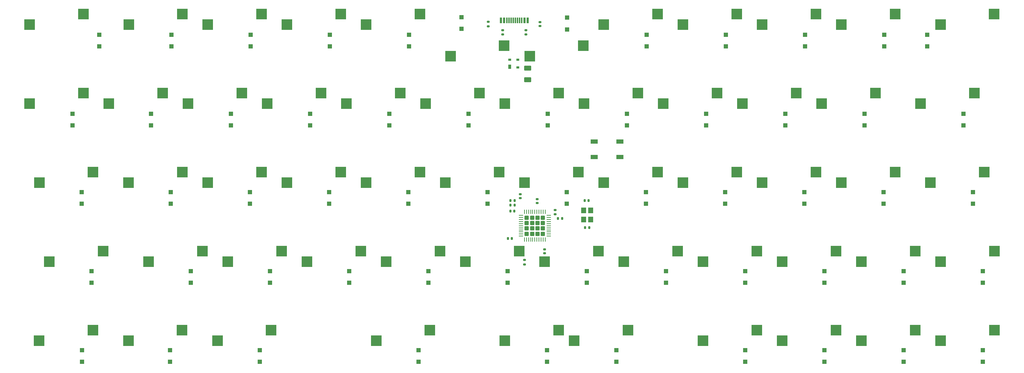
<source format=gbr>
%TF.GenerationSoftware,KiCad,Pcbnew,(6.0.7)*%
%TF.CreationDate,2022-10-27T18:22:06+02:00*%
%TF.ProjectId,the PETER keyboard,74686520-5045-4544-9552-206b6579626f,rev?*%
%TF.SameCoordinates,Original*%
%TF.FileFunction,Paste,Bot*%
%TF.FilePolarity,Positive*%
%FSLAX46Y46*%
G04 Gerber Fmt 4.6, Leading zero omitted, Abs format (unit mm)*
G04 Created by KiCad (PCBNEW (6.0.7)) date 2022-10-27 18:22:06*
%MOMM*%
%LPD*%
G01*
G04 APERTURE LIST*
G04 Aperture macros list*
%AMRoundRect*
0 Rectangle with rounded corners*
0 $1 Rounding radius*
0 $2 $3 $4 $5 $6 $7 $8 $9 X,Y pos of 4 corners*
0 Add a 4 corners polygon primitive as box body*
4,1,4,$2,$3,$4,$5,$6,$7,$8,$9,$2,$3,0*
0 Add four circle primitives for the rounded corners*
1,1,$1+$1,$2,$3*
1,1,$1+$1,$4,$5*
1,1,$1+$1,$6,$7*
1,1,$1+$1,$8,$9*
0 Add four rect primitives between the rounded corners*
20,1,$1+$1,$2,$3,$4,$5,0*
20,1,$1+$1,$4,$5,$6,$7,0*
20,1,$1+$1,$6,$7,$8,$9,0*
20,1,$1+$1,$8,$9,$2,$3,0*%
G04 Aperture macros list end*
%ADD10R,2.550000X2.500000*%
%ADD11R,1.100000X1.100000*%
%ADD12RoundRect,0.135000X0.185000X-0.135000X0.185000X0.135000X-0.185000X0.135000X-0.185000X-0.135000X0*%
%ADD13RoundRect,0.135000X-0.185000X0.135000X-0.185000X-0.135000X0.185000X-0.135000X0.185000X0.135000X0*%
%ADD14RoundRect,0.140000X-0.170000X0.140000X-0.170000X-0.140000X0.170000X-0.140000X0.170000X0.140000X0*%
%ADD15RoundRect,0.140000X-0.140000X-0.170000X0.140000X-0.170000X0.140000X0.170000X-0.140000X0.170000X0*%
%ADD16R,0.600000X1.450000*%
%ADD17R,0.300000X1.450000*%
%ADD18RoundRect,0.135000X-0.135000X-0.185000X0.135000X-0.185000X0.135000X0.185000X-0.135000X0.185000X0*%
%ADD19RoundRect,0.140000X0.140000X0.170000X-0.140000X0.170000X-0.140000X-0.170000X0.140000X-0.170000X0*%
%ADD20R,1.800000X1.100000*%
%ADD21RoundRect,0.250000X-0.625000X0.375000X-0.625000X-0.375000X0.625000X-0.375000X0.625000X0.375000X0*%
%ADD22RoundRect,0.140000X0.170000X-0.140000X0.170000X0.140000X-0.170000X0.140000X-0.170000X-0.140000X0*%
%ADD23R,0.700000X1.000000*%
%ADD24R,0.700000X0.600000*%
%ADD25R,1.200000X1.400000*%
%ADD26RoundRect,0.250000X-0.275000X0.275000X-0.275000X-0.275000X0.275000X-0.275000X0.275000X0.275000X0*%
%ADD27RoundRect,0.062500X-0.062500X0.475000X-0.062500X-0.475000X0.062500X-0.475000X0.062500X0.475000X0*%
%ADD28RoundRect,0.062500X-0.475000X0.062500X-0.475000X-0.062500X0.475000X-0.062500X0.475000X0.062500X0*%
G04 APERTURE END LIST*
D10*
%TO.C,MX56*%
X208815000Y-130302000D03*
X221742000Y-127762000D03*
%TD*%
%TO.C,MX51*%
X73001200Y-130302000D03*
X85928200Y-127762000D03*
%TD*%
%TO.C,MX52*%
X111177400Y-130302000D03*
X124104400Y-127762000D03*
%TD*%
%TO.C,MX13*%
X27840000Y-73152000D03*
X40767000Y-70612000D03*
%TD*%
%TO.C,MX37*%
X32589800Y-111252000D03*
X45516800Y-108712000D03*
%TD*%
%TO.C,MX19*%
X142140000Y-73152000D03*
X155067000Y-70612000D03*
%TD*%
%TO.C,MX54*%
X158777000Y-130302000D03*
X171704000Y-127762000D03*
%TD*%
%TO.C,MX7*%
X161009000Y-59182000D03*
X148082000Y-61722000D03*
%TD*%
%TO.C,MX46*%
X208815000Y-111252000D03*
X221742000Y-108712000D03*
%TD*%
%TO.C,MX48*%
X246915000Y-111252000D03*
X259842000Y-108712000D03*
%TD*%
%TO.C,MX14*%
X46890000Y-73152000D03*
X59817000Y-70612000D03*
%TD*%
%TO.C,MX12*%
X246889600Y-54102000D03*
X259816600Y-51562000D03*
%TD*%
%TO.C,MX30*%
X127789000Y-92202000D03*
X140716000Y-89662000D03*
%TD*%
%TO.C,MX15*%
X65940000Y-73152000D03*
X78867000Y-70612000D03*
%TD*%
%TO.C,MX26*%
X51589000Y-92202000D03*
X64516000Y-89662000D03*
%TD*%
%TO.C,MX11*%
X223039000Y-54102000D03*
X235966000Y-51562000D03*
%TD*%
%TO.C,MX45*%
X189765000Y-111252000D03*
X202692000Y-108712000D03*
%TD*%
%TO.C,MX18*%
X123090000Y-73152000D03*
X136017000Y-70612000D03*
%TD*%
%TO.C,MX32*%
X165889000Y-92202000D03*
X178816000Y-89662000D03*
%TD*%
%TO.C,MX22*%
X199290000Y-73152000D03*
X212217000Y-70612000D03*
%TD*%
%TO.C,MX35*%
X223039000Y-92202000D03*
X235966000Y-89662000D03*
%TD*%
%TO.C,MX27*%
X70639000Y-92202000D03*
X83566000Y-89662000D03*
%TD*%
%TO.C,MX43*%
X151665000Y-111252000D03*
X164592000Y-108712000D03*
%TD*%
%TO.C,MX3*%
X70639000Y-54102000D03*
X83566000Y-51562000D03*
%TD*%
%TO.C,MX33*%
X184939000Y-92202000D03*
X197866000Y-89662000D03*
%TD*%
%TO.C,MX50*%
X51563600Y-130302000D03*
X64490600Y-127762000D03*
%TD*%
%TO.C,MX47*%
X227865000Y-111252000D03*
X240792000Y-108712000D03*
%TD*%
%TO.C,MX28*%
X89689000Y-92202000D03*
X102616000Y-89662000D03*
%TD*%
%TO.C,MX6*%
X141959000Y-59182000D03*
X129032000Y-61722000D03*
%TD*%
%TO.C,MX49*%
X30126000Y-130302000D03*
X43053000Y-127762000D03*
%TD*%
%TO.C,MX10*%
X203989000Y-54102000D03*
X216916000Y-51562000D03*
%TD*%
%TO.C,MX8*%
X165889000Y-54102000D03*
X178816000Y-51562000D03*
%TD*%
%TO.C,MX9*%
X184939000Y-54102000D03*
X197866000Y-51562000D03*
%TD*%
%TO.C,MX42*%
X132615000Y-111252000D03*
X145542000Y-108712000D03*
%TD*%
%TO.C,MX24*%
X242139800Y-73152000D03*
X255066800Y-70612000D03*
%TD*%
%TO.C,MX20*%
X161190000Y-73152000D03*
X174117000Y-70612000D03*
%TD*%
%TO.C,MX1*%
X27840000Y-54102000D03*
X40767000Y-51562000D03*
%TD*%
%TO.C,MX16*%
X84990000Y-73152000D03*
X97917000Y-70612000D03*
%TD*%
%TO.C,MX38*%
X56415000Y-111252000D03*
X69342000Y-108712000D03*
%TD*%
%TO.C,MX31*%
X146839000Y-92202000D03*
X159766000Y-89662000D03*
%TD*%
%TO.C,MX53*%
X142140000Y-130302000D03*
X155067000Y-127762000D03*
%TD*%
%TO.C,MX29*%
X108739000Y-92202000D03*
X121666000Y-89662000D03*
%TD*%
%TO.C,MX39*%
X75465000Y-111252000D03*
X88392000Y-108712000D03*
%TD*%
%TO.C,MX55*%
X189765000Y-130302000D03*
X202692000Y-127762000D03*
%TD*%
%TO.C,MX40*%
X94515000Y-111252000D03*
X107442000Y-108712000D03*
%TD*%
%TO.C,MX21*%
X180240000Y-73152000D03*
X193167000Y-70612000D03*
%TD*%
%TO.C,MX5*%
X108739000Y-54102000D03*
X121666000Y-51562000D03*
%TD*%
%TO.C,MX44*%
X170715000Y-111252000D03*
X183642000Y-108712000D03*
%TD*%
%TO.C,MX36*%
X244476600Y-92202000D03*
X257403600Y-89662000D03*
%TD*%
%TO.C,MX4*%
X89689000Y-54102000D03*
X102616000Y-51562000D03*
%TD*%
%TO.C,MX25*%
X30151400Y-92202000D03*
X43078400Y-89662000D03*
%TD*%
%TO.C,MX17*%
X104040000Y-73152000D03*
X116967000Y-70612000D03*
%TD*%
%TO.C,MX41*%
X113565000Y-111252000D03*
X126492000Y-108712000D03*
%TD*%
%TO.C,MX34*%
X203989000Y-92202000D03*
X216916000Y-89662000D03*
%TD*%
%TO.C,MX58*%
X246915000Y-130302000D03*
X259842000Y-127762000D03*
%TD*%
%TO.C,MX2*%
X51652500Y-54102000D03*
X64579500Y-51562000D03*
%TD*%
%TO.C,MX57*%
X227865000Y-130302000D03*
X240792000Y-127762000D03*
%TD*%
%TO.C,MX23*%
X218340000Y-73152000D03*
X231267000Y-70612000D03*
%TD*%
D11*
%TO.C,D40*%
X104663000Y-116350000D03*
X104663000Y-113550000D03*
%TD*%
%TO.C,D28*%
X99900500Y-97300000D03*
X99900500Y-94500000D03*
%TD*%
D12*
%TO.C,R_reset1*%
X154178000Y-99824000D03*
X154178000Y-98804000D03*
%TD*%
D11*
%TO.C,D21*%
X190500000Y-78400000D03*
X190500000Y-75600000D03*
%TD*%
D13*
%TO.C,R_USB2*%
X147200000Y-55446200D03*
X147200000Y-56466200D03*
%TD*%
D11*
%TO.C,D26*%
X61800500Y-97300000D03*
X61800500Y-94500000D03*
%TD*%
%TO.C,D9*%
X195262500Y-59350000D03*
X195262500Y-56550000D03*
%TD*%
%TO.C,D50*%
X61600000Y-135400000D03*
X61600000Y-132600000D03*
%TD*%
%TO.C,D44*%
X180863000Y-116350000D03*
X180863000Y-113550000D03*
%TD*%
%TO.C,D45*%
X199913000Y-116350000D03*
X199913000Y-113550000D03*
%TD*%
%TO.C,D17*%
X114300000Y-78400000D03*
X114300000Y-75600000D03*
%TD*%
%TO.C,D52*%
X121331800Y-135400000D03*
X121331800Y-132600000D03*
%TD*%
%TO.C,D58*%
X257063000Y-135400000D03*
X257063000Y-132600000D03*
%TD*%
D13*
%TO.C,R_HWB/PE2*%
X146812000Y-110869000D03*
X146812000Y-111889000D03*
%TD*%
D11*
%TO.C,D38*%
X66563000Y-116350000D03*
X66563000Y-113550000D03*
%TD*%
D14*
%TO.C,C_Decoupler1*%
X151638000Y-108295795D03*
X151638000Y-109255795D03*
%TD*%
D15*
%TO.C,C_crystal2*%
X161318000Y-96558100D03*
X162278000Y-96558100D03*
%TD*%
D11*
%TO.C,D35*%
X233250500Y-97300000D03*
X233250500Y-94500000D03*
%TD*%
D16*
%TO.C,J1*%
X141150000Y-53067000D03*
X141950000Y-53067000D03*
D17*
X143150000Y-53067000D03*
X144150000Y-53067000D03*
X144650000Y-53067000D03*
X145650000Y-53067000D03*
D16*
X146850000Y-53067000D03*
X147650000Y-53067000D03*
X147650000Y-53067000D03*
X146850000Y-53067000D03*
D17*
X146150000Y-53067000D03*
X145150000Y-53067000D03*
X143650000Y-53067000D03*
X142650000Y-53067000D03*
D16*
X141950000Y-53067000D03*
X141150000Y-53067000D03*
%TD*%
D11*
%TO.C,D23*%
X228600000Y-78431800D03*
X228600000Y-75631800D03*
%TD*%
%TO.C,D42*%
X142763000Y-116350000D03*
X142763000Y-113550000D03*
%TD*%
%TO.C,D47*%
X238013000Y-116350000D03*
X238013000Y-113550000D03*
%TD*%
%TO.C,D4*%
X100012500Y-59350000D03*
X100012500Y-56550000D03*
%TD*%
%TO.C,D3*%
X80962500Y-59350000D03*
X80962500Y-56550000D03*
%TD*%
D18*
%TO.C,R_USB3*%
X143469900Y-97586800D03*
X144489900Y-97586800D03*
%TD*%
D13*
%TO.C,R_USB1*%
X141600000Y-55420800D03*
X141600000Y-56440800D03*
%TD*%
D11*
%TO.C,D27*%
X80850500Y-97300000D03*
X80850500Y-94500000D03*
%TD*%
%TO.C,D12*%
X243681300Y-59350000D03*
X243681300Y-56550000D03*
%TD*%
D19*
%TO.C,C_Decoupler2*%
X143824900Y-105664000D03*
X142864900Y-105664000D03*
%TD*%
D11*
%TO.C,D1*%
X44577000Y-59350000D03*
X44577000Y-56550000D03*
%TD*%
%TO.C,D37*%
X42750500Y-116350000D03*
X42750500Y-113550000D03*
%TD*%
D20*
%TO.C,SW2*%
X169787500Y-82287500D03*
X163587500Y-85987500D03*
X169787500Y-85987500D03*
X163587500Y-82287500D03*
%TD*%
D11*
%TO.C,D39*%
X85613000Y-116350000D03*
X85613000Y-113550000D03*
%TD*%
D18*
%TO.C,R_USB4*%
X143469900Y-96520000D03*
X144489900Y-96520000D03*
%TD*%
D11*
%TO.C,D11*%
X233362500Y-59350000D03*
X233362500Y-56550000D03*
%TD*%
%TO.C,D51*%
X83200000Y-135400000D03*
X83200000Y-132600000D03*
%TD*%
D21*
%TO.C,F_USBC1*%
X147600000Y-64600000D03*
X147600000Y-67400000D03*
%TD*%
D13*
%TO.C,R_USBSHIELD1*%
X138112500Y-53465000D03*
X138112500Y-54485000D03*
%TD*%
D11*
%TO.C,D33*%
X195150500Y-97300000D03*
X195150500Y-94500000D03*
%TD*%
%TO.C,D7*%
X157099000Y-52448000D03*
X157099000Y-55248000D03*
%TD*%
%TO.C,D41*%
X123713000Y-116350000D03*
X123713000Y-113550000D03*
%TD*%
%TO.C,D43*%
X161813000Y-116350000D03*
X161813000Y-113550000D03*
%TD*%
D22*
%TO.C,C_UCAP1*%
X145846800Y-95933200D03*
X145846800Y-94973200D03*
%TD*%
D11*
%TO.C,D57*%
X238013000Y-135400000D03*
X238013000Y-132600000D03*
%TD*%
D19*
%TO.C,C_Decoupler5*%
X144409100Y-99034600D03*
X143449100Y-99034600D03*
%TD*%
D11*
%TO.C,D13*%
X38100000Y-78400000D03*
X38100000Y-75600000D03*
%TD*%
D19*
%TO.C,C_crystal1*%
X162405000Y-103060500D03*
X161445000Y-103060500D03*
%TD*%
D11*
%TO.C,D10*%
X214312500Y-59350000D03*
X214312500Y-56550000D03*
%TD*%
%TO.C,D16*%
X95250000Y-78400000D03*
X95250000Y-75600000D03*
%TD*%
%TO.C,D25*%
X40369300Y-97300000D03*
X40369300Y-94500000D03*
%TD*%
%TO.C,D32*%
X176100500Y-97300000D03*
X176100500Y-94500000D03*
%TD*%
%TO.C,D8*%
X176212500Y-59350000D03*
X176212500Y-56550000D03*
%TD*%
%TO.C,D48*%
X257063000Y-116350000D03*
X257063000Y-113550000D03*
%TD*%
D23*
%TO.C,D59*%
X143272000Y-64250000D03*
D24*
X143272000Y-62550000D03*
X145272000Y-62550000D03*
X145272000Y-64450000D03*
%TD*%
D14*
%TO.C,C_USBSHIELD1*%
X150600000Y-53520000D03*
X150600000Y-54480000D03*
%TD*%
D11*
%TO.C,D56*%
X218963000Y-135400000D03*
X218963000Y-132600000D03*
%TD*%
%TO.C,D30*%
X138000500Y-97300000D03*
X138000500Y-94500000D03*
%TD*%
%TO.C,D22*%
X209550000Y-78400000D03*
X209550000Y-75600000D03*
%TD*%
%TO.C,D53*%
X152288000Y-135400000D03*
X152288000Y-132600000D03*
%TD*%
%TO.C,D34*%
X214200500Y-97300000D03*
X214200500Y-94500000D03*
%TD*%
D25*
%TO.C,Y1*%
X161075000Y-101112500D03*
X161075000Y-98912500D03*
X162775000Y-98912500D03*
X162775000Y-101112500D03*
%TD*%
D11*
%TO.C,D6*%
X131699000Y-52321000D03*
X131699000Y-55121000D03*
%TD*%
%TO.C,D18*%
X133350000Y-78400000D03*
X133350000Y-75600000D03*
%TD*%
D22*
%TO.C,C_Decoupler4*%
X149860000Y-97101600D03*
X149860000Y-96141600D03*
%TD*%
D11*
%TO.C,D19*%
X152400000Y-78400000D03*
X152400000Y-75600000D03*
%TD*%
D15*
%TO.C,C_Decoupler3*%
X154920000Y-100800000D03*
X155880000Y-100800000D03*
%TD*%
D11*
%TO.C,D46*%
X218963000Y-116350000D03*
X218963000Y-113550000D03*
%TD*%
%TO.C,D31*%
X157050500Y-97300000D03*
X157050500Y-94500000D03*
%TD*%
%TO.C,D29*%
X118950500Y-97300000D03*
X118950500Y-94500000D03*
%TD*%
%TO.C,D54*%
X168956800Y-135400000D03*
X168956800Y-132600000D03*
%TD*%
%TO.C,D2*%
X61912500Y-59350000D03*
X61912500Y-56550000D03*
%TD*%
%TO.C,D5*%
X119062500Y-59350000D03*
X119062500Y-56550000D03*
%TD*%
%TO.C,D24*%
X252412500Y-78400000D03*
X252412500Y-75600000D03*
%TD*%
%TO.C,D20*%
X171450000Y-78400000D03*
X171450000Y-75600000D03*
%TD*%
%TO.C,D36*%
X254681800Y-97300000D03*
X254681800Y-94500000D03*
%TD*%
%TO.C,D14*%
X57000000Y-78400000D03*
X57000000Y-75600000D03*
%TD*%
%TO.C,D49*%
X40400000Y-135400000D03*
X40400000Y-132600000D03*
%TD*%
%TO.C,D55*%
X199913000Y-135400000D03*
X199913000Y-132600000D03*
%TD*%
D26*
%TO.C,U1*%
X151289300Y-100640600D03*
X151289300Y-103240600D03*
X147389300Y-101940600D03*
X149989300Y-103240600D03*
X149989300Y-101940600D03*
X149989300Y-100640600D03*
X147389300Y-100640600D03*
X148689300Y-104540600D03*
X149989300Y-104540600D03*
X148689300Y-103240600D03*
X148689300Y-100640600D03*
X147389300Y-104540600D03*
X147389300Y-103240600D03*
X148689300Y-101940600D03*
X151289300Y-101940600D03*
X151289300Y-104540600D03*
D27*
X146839300Y-99253100D03*
X147339300Y-99253100D03*
X147839300Y-99253100D03*
X148339300Y-99253100D03*
X148839300Y-99253100D03*
X149339300Y-99253100D03*
X149839300Y-99253100D03*
X150339300Y-99253100D03*
X150839300Y-99253100D03*
X151339300Y-99253100D03*
X151839300Y-99253100D03*
D28*
X152676800Y-100090600D03*
X152676800Y-100590600D03*
X152676800Y-101090600D03*
X152676800Y-101590600D03*
X152676800Y-102090600D03*
X152676800Y-102590600D03*
X152676800Y-103090600D03*
X152676800Y-103590600D03*
X152676800Y-104090600D03*
X152676800Y-104590600D03*
X152676800Y-105090600D03*
D27*
X151839300Y-105928100D03*
X151339300Y-105928100D03*
X150839300Y-105928100D03*
X150339300Y-105928100D03*
X149839300Y-105928100D03*
X149339300Y-105928100D03*
X148839300Y-105928100D03*
X148339300Y-105928100D03*
X147839300Y-105928100D03*
X147339300Y-105928100D03*
X146839300Y-105928100D03*
D28*
X146001800Y-105090600D03*
X146001800Y-104590600D03*
X146001800Y-104090600D03*
X146001800Y-103590600D03*
X146001800Y-103090600D03*
X146001800Y-102590600D03*
X146001800Y-102090600D03*
X146001800Y-101590600D03*
X146001800Y-101090600D03*
X146001800Y-100590600D03*
X146001800Y-100090600D03*
%TD*%
D11*
%TO.C,D15*%
X76200000Y-78400000D03*
X76200000Y-75600000D03*
%TD*%
M02*

</source>
